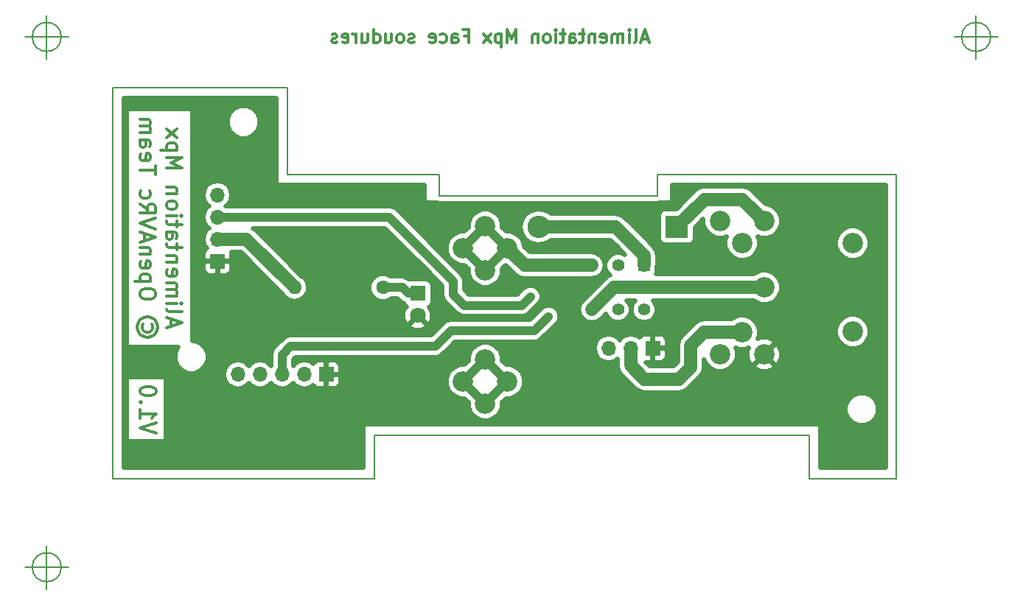
<source format=gbr>
G04 #@! TF.FileFunction,Copper,L2,Bot,Signal*
%FSLAX46Y46*%
G04 Gerber Fmt 4.6, Leading zero omitted, Abs format (unit mm)*
G04 Created by KiCad (PCBNEW 4.0.7) date 12/18/17 16:59:21*
%MOMM*%
%LPD*%
G01*
G04 APERTURE LIST*
%ADD10C,0.100000*%
%ADD11C,0.150000*%
%ADD12C,0.300000*%
%ADD13R,2.600000X2.600000*%
%ADD14O,2.600000X2.600000*%
%ADD15R,1.400000X1.400000*%
%ADD16C,1.400000*%
%ADD17C,1.600000*%
%ADD18O,1.600000X1.600000*%
%ADD19C,2.350000*%
%ADD20R,1.800000X1.800000*%
%ADD21C,1.800000*%
%ADD22R,1.700000X1.700000*%
%ADD23O,1.700000X1.700000*%
%ADD24C,1.000000*%
%ADD25C,1.500000*%
%ADD26C,1.000000*%
%ADD27C,0.500000*%
G04 APERTURE END LIST*
D10*
D11*
X100000000Y-115000000D02*
X100000000Y-70000000D01*
X130000000Y-115000000D02*
X100000000Y-115000000D01*
D12*
X104922714Y-109741857D02*
X103122714Y-109141857D01*
X104922714Y-108541857D01*
X103122714Y-106999000D02*
X103122714Y-108027572D01*
X103122714Y-107513286D02*
X104922714Y-107513286D01*
X104665571Y-107684715D01*
X104494143Y-107856143D01*
X104408429Y-108027572D01*
X103294143Y-106227572D02*
X103208429Y-106141857D01*
X103122714Y-106227572D01*
X103208429Y-106313286D01*
X103294143Y-106227572D01*
X103122714Y-106227572D01*
X104922714Y-105027571D02*
X104922714Y-104856143D01*
X104837000Y-104684714D01*
X104751286Y-104599000D01*
X104579857Y-104513286D01*
X104237000Y-104427571D01*
X103808429Y-104427571D01*
X103465571Y-104513286D01*
X103294143Y-104599000D01*
X103208429Y-104684714D01*
X103122714Y-104856143D01*
X103122714Y-105027571D01*
X103208429Y-105199000D01*
X103294143Y-105284714D01*
X103465571Y-105370429D01*
X103808429Y-105456143D01*
X104237000Y-105456143D01*
X104579857Y-105370429D01*
X104751286Y-105284714D01*
X104837000Y-105199000D01*
X104922714Y-105027571D01*
X106614000Y-97442427D02*
X106614000Y-96585284D01*
X106099714Y-97613855D02*
X107899714Y-97013855D01*
X106099714Y-96413855D01*
X106099714Y-95556713D02*
X106185429Y-95728141D01*
X106356857Y-95813856D01*
X107899714Y-95813856D01*
X106099714Y-94870999D02*
X107299714Y-94870999D01*
X107899714Y-94870999D02*
X107814000Y-94956713D01*
X107728286Y-94870999D01*
X107814000Y-94785284D01*
X107899714Y-94870999D01*
X107728286Y-94870999D01*
X106099714Y-94013856D02*
X107299714Y-94013856D01*
X107128286Y-94013856D02*
X107214000Y-93928141D01*
X107299714Y-93756713D01*
X107299714Y-93499570D01*
X107214000Y-93328141D01*
X107042571Y-93242427D01*
X106099714Y-93242427D01*
X107042571Y-93242427D02*
X107214000Y-93156713D01*
X107299714Y-92985284D01*
X107299714Y-92728141D01*
X107214000Y-92556713D01*
X107042571Y-92470998D01*
X106099714Y-92470998D01*
X106185429Y-90928141D02*
X106099714Y-91099570D01*
X106099714Y-91442427D01*
X106185429Y-91613856D01*
X106356857Y-91699570D01*
X107042571Y-91699570D01*
X107214000Y-91613856D01*
X107299714Y-91442427D01*
X107299714Y-91099570D01*
X107214000Y-90928141D01*
X107042571Y-90842427D01*
X106871143Y-90842427D01*
X106699714Y-91699570D01*
X107299714Y-90070999D02*
X106099714Y-90070999D01*
X107128286Y-90070999D02*
X107214000Y-89985284D01*
X107299714Y-89813856D01*
X107299714Y-89556713D01*
X107214000Y-89385284D01*
X107042571Y-89299570D01*
X106099714Y-89299570D01*
X107299714Y-88699570D02*
X107299714Y-88013856D01*
X107899714Y-88442428D02*
X106356857Y-88442428D01*
X106185429Y-88356713D01*
X106099714Y-88185285D01*
X106099714Y-88013856D01*
X106099714Y-86642428D02*
X107042571Y-86642428D01*
X107214000Y-86728142D01*
X107299714Y-86899571D01*
X107299714Y-87242428D01*
X107214000Y-87413857D01*
X106185429Y-86642428D02*
X106099714Y-86813857D01*
X106099714Y-87242428D01*
X106185429Y-87413857D01*
X106356857Y-87499571D01*
X106528286Y-87499571D01*
X106699714Y-87413857D01*
X106785429Y-87242428D01*
X106785429Y-86813857D01*
X106871143Y-86642428D01*
X107299714Y-86042428D02*
X107299714Y-85356714D01*
X107899714Y-85785286D02*
X106356857Y-85785286D01*
X106185429Y-85699571D01*
X106099714Y-85528143D01*
X106099714Y-85356714D01*
X106099714Y-84756715D02*
X107299714Y-84756715D01*
X107899714Y-84756715D02*
X107814000Y-84842429D01*
X107728286Y-84756715D01*
X107814000Y-84671000D01*
X107899714Y-84756715D01*
X107728286Y-84756715D01*
X106099714Y-83642429D02*
X106185429Y-83813857D01*
X106271143Y-83899572D01*
X106442571Y-83985286D01*
X106956857Y-83985286D01*
X107128286Y-83899572D01*
X107214000Y-83813857D01*
X107299714Y-83642429D01*
X107299714Y-83385286D01*
X107214000Y-83213857D01*
X107128286Y-83128143D01*
X106956857Y-83042429D01*
X106442571Y-83042429D01*
X106271143Y-83128143D01*
X106185429Y-83213857D01*
X106099714Y-83385286D01*
X106099714Y-83642429D01*
X107299714Y-82271001D02*
X106099714Y-82271001D01*
X107128286Y-82271001D02*
X107214000Y-82185286D01*
X107299714Y-82013858D01*
X107299714Y-81756715D01*
X107214000Y-81585286D01*
X107042571Y-81499572D01*
X106099714Y-81499572D01*
X106099714Y-79271001D02*
X107899714Y-79271001D01*
X106614000Y-78671001D01*
X107899714Y-78071001D01*
X106099714Y-78071001D01*
X107299714Y-77213858D02*
X105499714Y-77213858D01*
X107214000Y-77213858D02*
X107299714Y-77042429D01*
X107299714Y-76699572D01*
X107214000Y-76528143D01*
X107128286Y-76442429D01*
X106956857Y-76356715D01*
X106442571Y-76356715D01*
X106271143Y-76442429D01*
X106185429Y-76528143D01*
X106099714Y-76699572D01*
X106099714Y-77042429D01*
X106185429Y-77213858D01*
X106099714Y-75756715D02*
X107299714Y-74813858D01*
X107299714Y-75756715D02*
X106099714Y-74813858D01*
X104471143Y-97228142D02*
X104556857Y-97399570D01*
X104556857Y-97742427D01*
X104471143Y-97913856D01*
X104299714Y-98085285D01*
X104128286Y-98170999D01*
X103785429Y-98170999D01*
X103614000Y-98085285D01*
X103442571Y-97913856D01*
X103356857Y-97742427D01*
X103356857Y-97399570D01*
X103442571Y-97228142D01*
X105156857Y-97570999D02*
X105071143Y-97999570D01*
X104814000Y-98428142D01*
X104385429Y-98685285D01*
X103956857Y-98770999D01*
X103528286Y-98685285D01*
X103099714Y-98428142D01*
X102842571Y-97999570D01*
X102756857Y-97570999D01*
X102842571Y-97142427D01*
X103099714Y-96713856D01*
X103528286Y-96456713D01*
X103956857Y-96370999D01*
X104385429Y-96456713D01*
X104814000Y-96713856D01*
X105071143Y-97142427D01*
X105156857Y-97570999D01*
X104899714Y-93885284D02*
X104899714Y-93542427D01*
X104814000Y-93370999D01*
X104642571Y-93199570D01*
X104299714Y-93113856D01*
X103699714Y-93113856D01*
X103356857Y-93199570D01*
X103185429Y-93370999D01*
X103099714Y-93542427D01*
X103099714Y-93885284D01*
X103185429Y-94056713D01*
X103356857Y-94228142D01*
X103699714Y-94313856D01*
X104299714Y-94313856D01*
X104642571Y-94228142D01*
X104814000Y-94056713D01*
X104899714Y-93885284D01*
X104299714Y-92342428D02*
X102499714Y-92342428D01*
X104214000Y-92342428D02*
X104299714Y-92170999D01*
X104299714Y-91828142D01*
X104214000Y-91656713D01*
X104128286Y-91570999D01*
X103956857Y-91485285D01*
X103442571Y-91485285D01*
X103271143Y-91570999D01*
X103185429Y-91656713D01*
X103099714Y-91828142D01*
X103099714Y-92170999D01*
X103185429Y-92342428D01*
X103185429Y-90028142D02*
X103099714Y-90199571D01*
X103099714Y-90542428D01*
X103185429Y-90713857D01*
X103356857Y-90799571D01*
X104042571Y-90799571D01*
X104214000Y-90713857D01*
X104299714Y-90542428D01*
X104299714Y-90199571D01*
X104214000Y-90028142D01*
X104042571Y-89942428D01*
X103871143Y-89942428D01*
X103699714Y-90799571D01*
X104299714Y-89171000D02*
X103099714Y-89171000D01*
X104128286Y-89171000D02*
X104214000Y-89085285D01*
X104299714Y-88913857D01*
X104299714Y-88656714D01*
X104214000Y-88485285D01*
X104042571Y-88399571D01*
X103099714Y-88399571D01*
X103614000Y-87628143D02*
X103614000Y-86771000D01*
X103099714Y-87799571D02*
X104899714Y-87199571D01*
X103099714Y-86599571D01*
X104899714Y-86256714D02*
X103099714Y-85656714D01*
X104899714Y-85056714D01*
X103099714Y-83428143D02*
X103956857Y-84028143D01*
X103099714Y-84456715D02*
X104899714Y-84456715D01*
X104899714Y-83771000D01*
X104814000Y-83599572D01*
X104728286Y-83513857D01*
X104556857Y-83428143D01*
X104299714Y-83428143D01*
X104128286Y-83513857D01*
X104042571Y-83599572D01*
X103956857Y-83771000D01*
X103956857Y-84456715D01*
X103185429Y-81885286D02*
X103099714Y-82056715D01*
X103099714Y-82399572D01*
X103185429Y-82571000D01*
X103271143Y-82656715D01*
X103442571Y-82742429D01*
X103956857Y-82742429D01*
X104128286Y-82656715D01*
X104214000Y-82571000D01*
X104299714Y-82399572D01*
X104299714Y-82056715D01*
X104214000Y-81885286D01*
X104899714Y-79999571D02*
X104899714Y-78971000D01*
X103099714Y-79485286D02*
X104899714Y-79485286D01*
X103185429Y-77685285D02*
X103099714Y-77856714D01*
X103099714Y-78199571D01*
X103185429Y-78371000D01*
X103356857Y-78456714D01*
X104042571Y-78456714D01*
X104214000Y-78371000D01*
X104299714Y-78199571D01*
X104299714Y-77856714D01*
X104214000Y-77685285D01*
X104042571Y-77599571D01*
X103871143Y-77599571D01*
X103699714Y-78456714D01*
X103099714Y-76056714D02*
X104042571Y-76056714D01*
X104214000Y-76142428D01*
X104299714Y-76313857D01*
X104299714Y-76656714D01*
X104214000Y-76828143D01*
X103185429Y-76056714D02*
X103099714Y-76228143D01*
X103099714Y-76656714D01*
X103185429Y-76828143D01*
X103356857Y-76913857D01*
X103528286Y-76913857D01*
X103699714Y-76828143D01*
X103785429Y-76656714D01*
X103785429Y-76228143D01*
X103871143Y-76056714D01*
X103099714Y-75199572D02*
X104299714Y-75199572D01*
X104128286Y-75199572D02*
X104214000Y-75113857D01*
X104299714Y-74942429D01*
X104299714Y-74685286D01*
X104214000Y-74513857D01*
X104042571Y-74428143D01*
X103099714Y-74428143D01*
X104042571Y-74428143D02*
X104214000Y-74342429D01*
X104299714Y-74171000D01*
X104299714Y-73913857D01*
X104214000Y-73742429D01*
X104042571Y-73656714D01*
X103099714Y-73656714D01*
X161438572Y-64450000D02*
X160724286Y-64450000D01*
X161581429Y-64878571D02*
X161081429Y-63378571D01*
X160581429Y-64878571D01*
X159867143Y-64878571D02*
X160010001Y-64807143D01*
X160081429Y-64664286D01*
X160081429Y-63378571D01*
X159295715Y-64878571D02*
X159295715Y-63878571D01*
X159295715Y-63378571D02*
X159367144Y-63450000D01*
X159295715Y-63521429D01*
X159224287Y-63450000D01*
X159295715Y-63378571D01*
X159295715Y-63521429D01*
X158581429Y-64878571D02*
X158581429Y-63878571D01*
X158581429Y-64021429D02*
X158510001Y-63950000D01*
X158367143Y-63878571D01*
X158152858Y-63878571D01*
X158010001Y-63950000D01*
X157938572Y-64092857D01*
X157938572Y-64878571D01*
X157938572Y-64092857D02*
X157867143Y-63950000D01*
X157724286Y-63878571D01*
X157510001Y-63878571D01*
X157367143Y-63950000D01*
X157295715Y-64092857D01*
X157295715Y-64878571D01*
X156010001Y-64807143D02*
X156152858Y-64878571D01*
X156438572Y-64878571D01*
X156581429Y-64807143D01*
X156652858Y-64664286D01*
X156652858Y-64092857D01*
X156581429Y-63950000D01*
X156438572Y-63878571D01*
X156152858Y-63878571D01*
X156010001Y-63950000D01*
X155938572Y-64092857D01*
X155938572Y-64235714D01*
X156652858Y-64378571D01*
X155295715Y-63878571D02*
X155295715Y-64878571D01*
X155295715Y-64021429D02*
X155224287Y-63950000D01*
X155081429Y-63878571D01*
X154867144Y-63878571D01*
X154724287Y-63950000D01*
X154652858Y-64092857D01*
X154652858Y-64878571D01*
X154152858Y-63878571D02*
X153581429Y-63878571D01*
X153938572Y-63378571D02*
X153938572Y-64664286D01*
X153867144Y-64807143D01*
X153724286Y-64878571D01*
X153581429Y-64878571D01*
X152438572Y-64878571D02*
X152438572Y-64092857D01*
X152510001Y-63950000D01*
X152652858Y-63878571D01*
X152938572Y-63878571D01*
X153081429Y-63950000D01*
X152438572Y-64807143D02*
X152581429Y-64878571D01*
X152938572Y-64878571D01*
X153081429Y-64807143D01*
X153152858Y-64664286D01*
X153152858Y-64521429D01*
X153081429Y-64378571D01*
X152938572Y-64307143D01*
X152581429Y-64307143D01*
X152438572Y-64235714D01*
X151938572Y-63878571D02*
X151367143Y-63878571D01*
X151724286Y-63378571D02*
X151724286Y-64664286D01*
X151652858Y-64807143D01*
X151510000Y-64878571D01*
X151367143Y-64878571D01*
X150867143Y-64878571D02*
X150867143Y-63878571D01*
X150867143Y-63378571D02*
X150938572Y-63450000D01*
X150867143Y-63521429D01*
X150795715Y-63450000D01*
X150867143Y-63378571D01*
X150867143Y-63521429D01*
X149938571Y-64878571D02*
X150081429Y-64807143D01*
X150152857Y-64735714D01*
X150224286Y-64592857D01*
X150224286Y-64164286D01*
X150152857Y-64021429D01*
X150081429Y-63950000D01*
X149938571Y-63878571D01*
X149724286Y-63878571D01*
X149581429Y-63950000D01*
X149510000Y-64021429D01*
X149438571Y-64164286D01*
X149438571Y-64592857D01*
X149510000Y-64735714D01*
X149581429Y-64807143D01*
X149724286Y-64878571D01*
X149938571Y-64878571D01*
X148795714Y-63878571D02*
X148795714Y-64878571D01*
X148795714Y-64021429D02*
X148724286Y-63950000D01*
X148581428Y-63878571D01*
X148367143Y-63878571D01*
X148224286Y-63950000D01*
X148152857Y-64092857D01*
X148152857Y-64878571D01*
X146295714Y-64878571D02*
X146295714Y-63378571D01*
X145795714Y-64450000D01*
X145295714Y-63378571D01*
X145295714Y-64878571D01*
X144581428Y-63878571D02*
X144581428Y-65378571D01*
X144581428Y-63950000D02*
X144438571Y-63878571D01*
X144152857Y-63878571D01*
X144010000Y-63950000D01*
X143938571Y-64021429D01*
X143867142Y-64164286D01*
X143867142Y-64592857D01*
X143938571Y-64735714D01*
X144010000Y-64807143D01*
X144152857Y-64878571D01*
X144438571Y-64878571D01*
X144581428Y-64807143D01*
X143367142Y-64878571D02*
X142581428Y-63878571D01*
X143367142Y-63878571D02*
X142581428Y-64878571D01*
X140367142Y-64092857D02*
X140867142Y-64092857D01*
X140867142Y-64878571D02*
X140867142Y-63378571D01*
X140152856Y-63378571D01*
X138938571Y-64878571D02*
X138938571Y-64092857D01*
X139010000Y-63950000D01*
X139152857Y-63878571D01*
X139438571Y-63878571D01*
X139581428Y-63950000D01*
X138938571Y-64807143D02*
X139081428Y-64878571D01*
X139438571Y-64878571D01*
X139581428Y-64807143D01*
X139652857Y-64664286D01*
X139652857Y-64521429D01*
X139581428Y-64378571D01*
X139438571Y-64307143D01*
X139081428Y-64307143D01*
X138938571Y-64235714D01*
X137581428Y-64807143D02*
X137724285Y-64878571D01*
X138009999Y-64878571D01*
X138152857Y-64807143D01*
X138224285Y-64735714D01*
X138295714Y-64592857D01*
X138295714Y-64164286D01*
X138224285Y-64021429D01*
X138152857Y-63950000D01*
X138009999Y-63878571D01*
X137724285Y-63878571D01*
X137581428Y-63950000D01*
X136367143Y-64807143D02*
X136510000Y-64878571D01*
X136795714Y-64878571D01*
X136938571Y-64807143D01*
X137010000Y-64664286D01*
X137010000Y-64092857D01*
X136938571Y-63950000D01*
X136795714Y-63878571D01*
X136510000Y-63878571D01*
X136367143Y-63950000D01*
X136295714Y-64092857D01*
X136295714Y-64235714D01*
X137010000Y-64378571D01*
X134581429Y-64807143D02*
X134438572Y-64878571D01*
X134152857Y-64878571D01*
X134010000Y-64807143D01*
X133938572Y-64664286D01*
X133938572Y-64592857D01*
X134010000Y-64450000D01*
X134152857Y-64378571D01*
X134367143Y-64378571D01*
X134510000Y-64307143D01*
X134581429Y-64164286D01*
X134581429Y-64092857D01*
X134510000Y-63950000D01*
X134367143Y-63878571D01*
X134152857Y-63878571D01*
X134010000Y-63950000D01*
X133081428Y-64878571D02*
X133224286Y-64807143D01*
X133295714Y-64735714D01*
X133367143Y-64592857D01*
X133367143Y-64164286D01*
X133295714Y-64021429D01*
X133224286Y-63950000D01*
X133081428Y-63878571D01*
X132867143Y-63878571D01*
X132724286Y-63950000D01*
X132652857Y-64021429D01*
X132581428Y-64164286D01*
X132581428Y-64592857D01*
X132652857Y-64735714D01*
X132724286Y-64807143D01*
X132867143Y-64878571D01*
X133081428Y-64878571D01*
X131295714Y-63878571D02*
X131295714Y-64878571D01*
X131938571Y-63878571D02*
X131938571Y-64664286D01*
X131867143Y-64807143D01*
X131724285Y-64878571D01*
X131510000Y-64878571D01*
X131367143Y-64807143D01*
X131295714Y-64735714D01*
X129938571Y-64878571D02*
X129938571Y-63378571D01*
X129938571Y-64807143D02*
X130081428Y-64878571D01*
X130367142Y-64878571D01*
X130510000Y-64807143D01*
X130581428Y-64735714D01*
X130652857Y-64592857D01*
X130652857Y-64164286D01*
X130581428Y-64021429D01*
X130510000Y-63950000D01*
X130367142Y-63878571D01*
X130081428Y-63878571D01*
X129938571Y-63950000D01*
X128581428Y-63878571D02*
X128581428Y-64878571D01*
X129224285Y-63878571D02*
X129224285Y-64664286D01*
X129152857Y-64807143D01*
X129009999Y-64878571D01*
X128795714Y-64878571D01*
X128652857Y-64807143D01*
X128581428Y-64735714D01*
X127867142Y-64878571D02*
X127867142Y-63878571D01*
X127867142Y-64164286D02*
X127795714Y-64021429D01*
X127724285Y-63950000D01*
X127581428Y-63878571D01*
X127438571Y-63878571D01*
X126367143Y-64807143D02*
X126510000Y-64878571D01*
X126795714Y-64878571D01*
X126938571Y-64807143D01*
X127010000Y-64664286D01*
X127010000Y-64092857D01*
X126938571Y-63950000D01*
X126795714Y-63878571D01*
X126510000Y-63878571D01*
X126367143Y-63950000D01*
X126295714Y-64092857D01*
X126295714Y-64235714D01*
X127010000Y-64378571D01*
X125724286Y-64807143D02*
X125581429Y-64878571D01*
X125295714Y-64878571D01*
X125152857Y-64807143D01*
X125081429Y-64664286D01*
X125081429Y-64592857D01*
X125152857Y-64450000D01*
X125295714Y-64378571D01*
X125510000Y-64378571D01*
X125652857Y-64307143D01*
X125724286Y-64164286D01*
X125724286Y-64092857D01*
X125652857Y-63950000D01*
X125510000Y-63878571D01*
X125295714Y-63878571D01*
X125152857Y-63950000D01*
D11*
X94046666Y-125160000D02*
G75*
G03X94046666Y-125160000I-1666666J0D01*
G01*
X89880000Y-125160000D02*
X94880000Y-125160000D01*
X92380000Y-122660000D02*
X92380000Y-127660000D01*
X200806666Y-64200000D02*
G75*
G03X200806666Y-64200000I-1666666J0D01*
G01*
X196640000Y-64200000D02*
X201640000Y-64200000D01*
X199140000Y-61700000D02*
X199140000Y-66700000D01*
X94046666Y-64200000D02*
G75*
G03X94046666Y-64200000I-1666666J0D01*
G01*
X89880000Y-64200000D02*
X94880000Y-64200000D01*
X92380000Y-61700000D02*
X92380000Y-66700000D01*
X120000000Y-70000000D02*
X100000000Y-70000000D01*
X120000000Y-80000000D02*
X120000000Y-70000000D01*
X137500000Y-80000000D02*
X120000000Y-80000000D01*
X137500000Y-82500000D02*
X137500000Y-80000000D01*
X162500000Y-82500000D02*
X137500000Y-82500000D01*
X162500000Y-80000000D02*
X162500000Y-82500000D01*
X165000000Y-80000000D02*
X162500000Y-80000000D01*
X190000000Y-80000000D02*
X165000000Y-80000000D01*
X190000000Y-115000000D02*
X190000000Y-80000000D01*
X180000000Y-115000000D02*
X190000000Y-115000000D01*
X180000000Y-110000000D02*
X180000000Y-115000000D01*
X130000000Y-110000000D02*
X180000000Y-110000000D01*
X130000000Y-115000000D02*
X130000000Y-110000000D01*
D13*
X164770000Y-86044000D03*
D14*
X148895000Y-86044000D03*
D15*
X161000000Y-90460000D03*
D16*
X158000000Y-90460000D03*
X155000000Y-90460000D03*
X161000000Y-95540000D03*
X158000000Y-95540000D03*
X155000000Y-95540000D03*
D17*
X131000000Y-93000000D03*
D18*
X120840000Y-93000000D03*
D19*
X142752000Y-91044000D03*
X142752000Y-85964000D03*
X142752000Y-101284000D03*
X142752000Y-106364000D03*
X140212000Y-88504000D03*
X145292000Y-88504000D03*
X140212000Y-103824000D03*
X145292000Y-103824000D03*
X184960000Y-98080000D03*
X184960000Y-87920000D03*
X172260000Y-98160000D03*
X174800000Y-93000000D03*
X172260000Y-87920000D03*
X174800000Y-100700000D03*
X169720000Y-100700000D03*
X174800000Y-85380000D03*
X169720000Y-85380000D03*
D20*
X135000000Y-93700000D03*
D21*
X135000000Y-96240000D03*
D22*
X162000000Y-100000000D03*
D23*
X159460000Y-100000000D03*
X156920000Y-100000000D03*
D22*
X124500000Y-103000000D03*
D23*
X121960000Y-103000000D03*
X119420000Y-103000000D03*
X116880000Y-103000000D03*
X114340000Y-103000000D03*
D22*
X112000000Y-90000000D03*
D23*
X112000000Y-87460000D03*
X112000000Y-84920000D03*
X112000000Y-82380000D03*
D24*
X116844000Y-84920000D03*
X147957000Y-94043000D03*
X150038000Y-96331000D03*
D25*
X158907500Y-87207500D02*
X157744000Y-86044000D01*
X157744000Y-86044000D02*
X148895000Y-86044000D01*
X161000000Y-90460000D02*
X161000000Y-89300000D01*
X161000000Y-89300000D02*
X158907500Y-87207500D01*
X112000000Y-87460000D02*
X115300000Y-87460000D01*
X115300000Y-87460000D02*
X120840000Y-93000000D01*
D26*
X142752000Y-101284000D02*
X140212000Y-103824000D01*
X145292000Y-103824000D02*
X142752000Y-101284000D01*
X142752000Y-106364000D02*
X145292000Y-103824000D01*
X140212000Y-103824000D02*
X142752000Y-106364000D01*
D25*
X112000000Y-87460000D02*
X112545000Y-87460000D01*
D26*
X112235000Y-87695000D02*
X112000000Y-87460000D01*
D25*
X155000000Y-90460000D02*
X147248000Y-90460000D01*
X147248000Y-90460000D02*
X145292000Y-88504000D01*
D26*
X145292000Y-88504000D02*
X142752000Y-85964000D01*
X142752000Y-91044000D02*
X145292000Y-88504000D01*
X140212000Y-88504000D02*
X142752000Y-91044000D01*
X142752000Y-85964000D02*
X140212000Y-88504000D01*
D25*
X155000000Y-95540000D02*
X157540000Y-93000000D01*
X157540000Y-93000000D02*
X174800000Y-93000000D01*
X162437000Y-103570000D02*
X164977000Y-103570000D01*
X166374000Y-102173000D02*
X166374000Y-99633000D01*
X164977000Y-103570000D02*
X166374000Y-102173000D01*
X159460000Y-100000000D02*
X159460000Y-101990000D01*
X159460000Y-101990000D02*
X161040000Y-103570000D01*
X161040000Y-103570000D02*
X162437000Y-103570000D01*
X166374000Y-99633000D02*
X167847000Y-98160000D01*
X167847000Y-98160000D02*
X172260000Y-98160000D01*
D26*
X136910000Y-90108000D02*
X131722000Y-84920000D01*
X131722000Y-84920000D02*
X116844000Y-84920000D01*
X139069000Y-92267000D02*
X139069000Y-93791000D01*
X146939000Y-95061000D02*
X147957000Y-94043000D01*
X140339000Y-95061000D02*
X146939000Y-95061000D01*
X139069000Y-93791000D02*
X140339000Y-95061000D01*
X136910000Y-90108000D02*
X139069000Y-92267000D01*
X112000000Y-84920000D02*
X116844000Y-84920000D01*
D25*
X170358000Y-82869000D02*
X167945000Y-82869000D01*
X167945000Y-82869000D02*
X164770000Y-86044000D01*
X172289000Y-82869000D02*
X174800000Y-85380000D01*
X170358000Y-82869000D02*
X172289000Y-82869000D01*
D26*
X145974000Y-97982000D02*
X148387000Y-97982000D01*
X148387000Y-97982000D02*
X150038000Y-96331000D01*
X138815000Y-97982000D02*
X145974000Y-97982000D01*
X137672000Y-99125000D02*
X138307000Y-98490000D01*
X137037000Y-99760000D02*
X120400000Y-99760000D01*
X137672000Y-99125000D02*
X137037000Y-99760000D01*
X120400000Y-99760000D02*
X119420000Y-100740000D01*
X119420000Y-100740000D02*
X119420000Y-103000000D01*
X138307000Y-98490000D02*
X138815000Y-97982000D01*
X135000000Y-93700000D02*
X133898000Y-93700000D01*
X133898000Y-93700000D02*
X133198000Y-93000000D01*
X131000000Y-93000000D02*
X133198000Y-93000000D01*
D27*
G36*
X118750000Y-81000000D02*
X118769696Y-81097264D01*
X118825682Y-81179202D01*
X118909136Y-81232903D01*
X119000000Y-81250000D01*
X135750000Y-81250000D01*
X135750000Y-83000000D01*
X135769696Y-83097264D01*
X135825682Y-83179202D01*
X135909136Y-83232903D01*
X136000000Y-83250000D01*
X137166026Y-83250000D01*
X137184286Y-83262201D01*
X137500000Y-83325000D01*
X162500000Y-83325000D01*
X162815714Y-83262201D01*
X162833974Y-83250000D01*
X164000000Y-83250000D01*
X164097264Y-83230304D01*
X164179202Y-83174318D01*
X164232903Y-83090864D01*
X164250000Y-83000000D01*
X164250000Y-81250000D01*
X188750000Y-81250000D01*
X188750000Y-113750000D01*
X181250000Y-113750000D01*
X181250000Y-109000000D01*
X181230304Y-108902736D01*
X181174318Y-108820798D01*
X181090864Y-108767097D01*
X181000000Y-108750000D01*
X129000000Y-108750000D01*
X128902736Y-108769696D01*
X128820798Y-108825682D01*
X128767097Y-108909136D01*
X128750000Y-109000000D01*
X128750000Y-113750000D01*
X101250000Y-113750000D01*
X101250000Y-103334714D01*
X101597000Y-103334714D01*
X101597000Y-110663286D01*
X106097000Y-110663286D01*
X106097000Y-103334714D01*
X101597000Y-103334714D01*
X101250000Y-103334714D01*
X101250000Y-102968654D01*
X112740000Y-102968654D01*
X112740000Y-103031346D01*
X112861793Y-103643639D01*
X113208629Y-104162717D01*
X113727707Y-104509553D01*
X114340000Y-104631346D01*
X114952293Y-104509553D01*
X115471371Y-104162717D01*
X115610000Y-103955244D01*
X115748629Y-104162717D01*
X116267707Y-104509553D01*
X116880000Y-104631346D01*
X117492293Y-104509553D01*
X118011371Y-104162717D01*
X118150000Y-103955244D01*
X118288629Y-104162717D01*
X118807707Y-104509553D01*
X119420000Y-104631346D01*
X120032293Y-104509553D01*
X120551371Y-104162717D01*
X120690000Y-103955244D01*
X120828629Y-104162717D01*
X121347707Y-104509553D01*
X121960000Y-104631346D01*
X122572293Y-104509553D01*
X122994538Y-104227419D01*
X123014181Y-104274841D01*
X123225159Y-104485819D01*
X123500815Y-104600000D01*
X124262500Y-104600000D01*
X124450000Y-104412500D01*
X124450000Y-103050000D01*
X124550000Y-103050000D01*
X124550000Y-104412500D01*
X124737500Y-104600000D01*
X125499185Y-104600000D01*
X125774841Y-104485819D01*
X125985819Y-104274841D01*
X126014654Y-104205226D01*
X138286667Y-104205226D01*
X138579113Y-104913000D01*
X139120151Y-105454984D01*
X139827414Y-105748665D01*
X140369371Y-105749138D01*
X140827137Y-106206903D01*
X140826667Y-106745226D01*
X141119113Y-107453000D01*
X141660151Y-107994984D01*
X142367414Y-108288665D01*
X143133226Y-108289333D01*
X143841000Y-107996887D01*
X144382984Y-107455849D01*
X144420137Y-107366373D01*
X184149679Y-107366373D01*
X184430732Y-108046572D01*
X184950691Y-108567439D01*
X185630398Y-108849679D01*
X186366373Y-108850321D01*
X187046572Y-108569268D01*
X187567439Y-108049309D01*
X187849679Y-107369602D01*
X187850321Y-106633627D01*
X187569268Y-105953428D01*
X187049309Y-105432561D01*
X186369602Y-105150321D01*
X185633627Y-105149679D01*
X184953428Y-105430732D01*
X184432561Y-105950691D01*
X184150321Y-106630398D01*
X184149679Y-107366373D01*
X144420137Y-107366373D01*
X144676665Y-106748586D01*
X144677138Y-106206629D01*
X145134903Y-105748863D01*
X145673226Y-105749333D01*
X146381000Y-105456887D01*
X146922984Y-104915849D01*
X147216665Y-104208586D01*
X147217333Y-103442774D01*
X146924887Y-102735000D01*
X146383849Y-102193016D01*
X145676586Y-101899335D01*
X145134629Y-101898862D01*
X144676863Y-101441097D01*
X144677333Y-100902774D01*
X144384887Y-100195000D01*
X144158937Y-99968654D01*
X155320000Y-99968654D01*
X155320000Y-100031346D01*
X155441793Y-100643639D01*
X155788629Y-101162717D01*
X156307707Y-101509553D01*
X156920000Y-101631346D01*
X157532293Y-101509553D01*
X157960000Y-101223769D01*
X157960000Y-101990000D01*
X158074181Y-102564025D01*
X158399340Y-103050660D01*
X159979340Y-104630660D01*
X160465975Y-104955819D01*
X161040000Y-105070000D01*
X164977000Y-105070000D01*
X165551025Y-104955819D01*
X166037660Y-104630660D01*
X167434660Y-103233660D01*
X167759819Y-102747025D01*
X167874000Y-102173000D01*
X167874000Y-101273227D01*
X168087113Y-101789000D01*
X168628151Y-102330984D01*
X169335414Y-102624665D01*
X170101226Y-102625333D01*
X170809000Y-102332887D01*
X171152363Y-101990123D01*
X173580588Y-101990123D01*
X173687172Y-102316742D01*
X174390581Y-102619536D01*
X175156320Y-102630098D01*
X175867813Y-102346821D01*
X175912828Y-102316742D01*
X176019412Y-101990123D01*
X174800000Y-100770711D01*
X173580588Y-101990123D01*
X171152363Y-101990123D01*
X171350984Y-101791849D01*
X171644665Y-101084586D01*
X171645333Y-100318774D01*
X171480917Y-99920855D01*
X171875414Y-100084665D01*
X172641226Y-100085333D01*
X173039689Y-99920692D01*
X172880464Y-100290581D01*
X172869902Y-101056320D01*
X173153179Y-101767813D01*
X173183258Y-101812828D01*
X173509877Y-101919412D01*
X174729289Y-100700000D01*
X174870711Y-100700000D01*
X176090123Y-101919412D01*
X176416742Y-101812828D01*
X176719536Y-101109419D01*
X176730098Y-100343680D01*
X176446821Y-99632187D01*
X176416742Y-99587172D01*
X176090123Y-99480588D01*
X174870711Y-100700000D01*
X174729289Y-100700000D01*
X174715147Y-100685858D01*
X174785858Y-100615147D01*
X174800000Y-100629289D01*
X176019412Y-99409877D01*
X175912828Y-99083258D01*
X175209419Y-98780464D01*
X174443680Y-98769902D01*
X174021271Y-98938082D01*
X174184665Y-98544586D01*
X174184737Y-98461226D01*
X183034667Y-98461226D01*
X183327113Y-99169000D01*
X183868151Y-99710984D01*
X184575414Y-100004665D01*
X185341226Y-100005333D01*
X186049000Y-99712887D01*
X186590984Y-99171849D01*
X186884665Y-98464586D01*
X186885333Y-97698774D01*
X186592887Y-96991000D01*
X186051849Y-96449016D01*
X185344586Y-96155335D01*
X184578774Y-96154667D01*
X183871000Y-96447113D01*
X183329016Y-96988151D01*
X183035335Y-97695414D01*
X183034667Y-98461226D01*
X174184737Y-98461226D01*
X174185333Y-97778774D01*
X173892887Y-97071000D01*
X173351849Y-96529016D01*
X172644586Y-96235335D01*
X171878774Y-96234667D01*
X171171000Y-96527113D01*
X171037881Y-96660000D01*
X167847000Y-96660000D01*
X167272975Y-96774181D01*
X166786340Y-97099340D01*
X165313340Y-98572340D01*
X164988181Y-99058975D01*
X164874000Y-99633000D01*
X164874000Y-101551680D01*
X164355680Y-102070000D01*
X161661320Y-102070000D01*
X161191320Y-101600000D01*
X161762500Y-101600000D01*
X161950000Y-101412500D01*
X161950000Y-100050000D01*
X162050000Y-100050000D01*
X162050000Y-101412500D01*
X162237500Y-101600000D01*
X162999185Y-101600000D01*
X163274841Y-101485819D01*
X163485819Y-101274841D01*
X163600000Y-100999184D01*
X163600000Y-100237500D01*
X163412500Y-100050000D01*
X162050000Y-100050000D01*
X161950000Y-100050000D01*
X161930000Y-100050000D01*
X161930000Y-99950000D01*
X161950000Y-99950000D01*
X161950000Y-98587500D01*
X162050000Y-98587500D01*
X162050000Y-99950000D01*
X163412500Y-99950000D01*
X163600000Y-99762500D01*
X163600000Y-99000816D01*
X163485819Y-98725159D01*
X163274841Y-98514181D01*
X162999185Y-98400000D01*
X162237500Y-98400000D01*
X162050000Y-98587500D01*
X161950000Y-98587500D01*
X161762500Y-98400000D01*
X161000815Y-98400000D01*
X160725159Y-98514181D01*
X160514181Y-98725159D01*
X160494538Y-98772581D01*
X160072293Y-98490447D01*
X159460000Y-98368654D01*
X158847707Y-98490447D01*
X158328629Y-98837283D01*
X158190000Y-99044756D01*
X158051371Y-98837283D01*
X157532293Y-98490447D01*
X156920000Y-98368654D01*
X156307707Y-98490447D01*
X155788629Y-98837283D01*
X155441793Y-99356361D01*
X155320000Y-99968654D01*
X144158937Y-99968654D01*
X143843849Y-99653016D01*
X143136586Y-99359335D01*
X142370774Y-99358667D01*
X141663000Y-99651113D01*
X141121016Y-100192151D01*
X140827335Y-100899414D01*
X140826862Y-101441371D01*
X140369097Y-101899137D01*
X139830774Y-101898667D01*
X139123000Y-102191113D01*
X138581016Y-102732151D01*
X138287335Y-103439414D01*
X138286667Y-104205226D01*
X126014654Y-104205226D01*
X126100000Y-103999184D01*
X126100000Y-103237500D01*
X125912500Y-103050000D01*
X124550000Y-103050000D01*
X124450000Y-103050000D01*
X124430000Y-103050000D01*
X124430000Y-102950000D01*
X124450000Y-102950000D01*
X124450000Y-101587500D01*
X124550000Y-101587500D01*
X124550000Y-102950000D01*
X125912500Y-102950000D01*
X126100000Y-102762500D01*
X126100000Y-102000816D01*
X125985819Y-101725159D01*
X125774841Y-101514181D01*
X125499185Y-101400000D01*
X124737500Y-101400000D01*
X124550000Y-101587500D01*
X124450000Y-101587500D01*
X124262500Y-101400000D01*
X123500815Y-101400000D01*
X123225159Y-101514181D01*
X123014181Y-101725159D01*
X122994538Y-101772581D01*
X122572293Y-101490447D01*
X121960000Y-101368654D01*
X121347707Y-101490447D01*
X120828629Y-101837283D01*
X120690000Y-102044756D01*
X120670000Y-102014824D01*
X120670000Y-101257766D01*
X120917767Y-101010000D01*
X137037000Y-101010000D01*
X137515354Y-100914849D01*
X137920883Y-100643883D01*
X138555884Y-100008883D01*
X138555886Y-100008880D01*
X139190884Y-99373883D01*
X139190886Y-99373880D01*
X139332766Y-99232000D01*
X148387000Y-99232000D01*
X148865354Y-99136849D01*
X149270883Y-98865883D01*
X150921398Y-97215369D01*
X151097081Y-97039993D01*
X151287783Y-96580731D01*
X151288217Y-96083450D01*
X151098316Y-95623857D01*
X150746993Y-95271919D01*
X150287731Y-95081217D01*
X149790450Y-95080783D01*
X149330857Y-95270684D01*
X148978919Y-95622007D01*
X148978701Y-95622532D01*
X147869234Y-96732000D01*
X138815000Y-96732000D01*
X138426117Y-96809354D01*
X138336645Y-96827151D01*
X137931116Y-97098117D01*
X137423120Y-97606114D01*
X137423117Y-97606116D01*
X136788120Y-98241114D01*
X136788117Y-98241116D01*
X136519233Y-98510000D01*
X120400000Y-98510000D01*
X119921646Y-98605151D01*
X119516116Y-98876117D01*
X118536117Y-99856117D01*
X118265151Y-100261646D01*
X118170000Y-100740000D01*
X118170000Y-102014824D01*
X118150000Y-102044756D01*
X118011371Y-101837283D01*
X117492293Y-101490447D01*
X116880000Y-101368654D01*
X116267707Y-101490447D01*
X115748629Y-101837283D01*
X115610000Y-102044756D01*
X115471371Y-101837283D01*
X114952293Y-101490447D01*
X114340000Y-101368654D01*
X113727707Y-101490447D01*
X113208629Y-101837283D01*
X112861793Y-102356361D01*
X112740000Y-102968654D01*
X101250000Y-102968654D01*
X101250000Y-72478144D01*
X101574000Y-72478144D01*
X101574000Y-99863857D01*
X107519547Y-99863857D01*
X107432561Y-99950691D01*
X107150321Y-100630398D01*
X107149679Y-101366373D01*
X107430732Y-102046572D01*
X107950691Y-102567439D01*
X108630398Y-102849679D01*
X109366373Y-102850321D01*
X110046572Y-102569268D01*
X110567439Y-102049309D01*
X110849679Y-101369602D01*
X110850321Y-100633627D01*
X110569268Y-99953428D01*
X110049309Y-99432561D01*
X109369602Y-99150321D01*
X109074000Y-99150063D01*
X109074000Y-97331765D01*
X133978946Y-97331765D01*
X134052042Y-97629818D01*
X134656061Y-97886792D01*
X135312441Y-97893057D01*
X135921255Y-97647659D01*
X135947958Y-97629818D01*
X136021054Y-97331765D01*
X135000000Y-96310711D01*
X133978946Y-97331765D01*
X109074000Y-97331765D01*
X109074000Y-90237500D01*
X110400000Y-90237500D01*
X110400000Y-90999185D01*
X110514181Y-91274841D01*
X110725159Y-91485819D01*
X111000816Y-91600000D01*
X111762500Y-91600000D01*
X111950000Y-91412500D01*
X111950000Y-90050000D01*
X112050000Y-90050000D01*
X112050000Y-91412500D01*
X112237500Y-91600000D01*
X112999184Y-91600000D01*
X113274841Y-91485819D01*
X113485819Y-91274841D01*
X113600000Y-90999185D01*
X113600000Y-90237500D01*
X113412500Y-90050000D01*
X112050000Y-90050000D01*
X111950000Y-90050000D01*
X110587500Y-90050000D01*
X110400000Y-90237500D01*
X109074000Y-90237500D01*
X109074000Y-82380000D01*
X110368654Y-82380000D01*
X110490447Y-82992293D01*
X110837283Y-83511371D01*
X111044756Y-83650000D01*
X110837283Y-83788629D01*
X110490447Y-84307707D01*
X110368654Y-84920000D01*
X110490447Y-85532293D01*
X110837283Y-86051371D01*
X111044756Y-86190000D01*
X110837283Y-86328629D01*
X110490447Y-86847707D01*
X110368654Y-87460000D01*
X110490447Y-88072293D01*
X110772581Y-88494538D01*
X110725159Y-88514181D01*
X110514181Y-88725159D01*
X110400000Y-89000815D01*
X110400000Y-89762500D01*
X110587500Y-89950000D01*
X111950000Y-89950000D01*
X111950000Y-89930000D01*
X112050000Y-89930000D01*
X112050000Y-89950000D01*
X113412500Y-89950000D01*
X113600000Y-89762500D01*
X113600000Y-89000815D01*
X113583094Y-88960000D01*
X114678680Y-88960000D01*
X119510083Y-93791403D01*
X119713618Y-94096016D01*
X120216475Y-94432013D01*
X120809634Y-94550000D01*
X120870366Y-94550000D01*
X121463525Y-94432013D01*
X121966382Y-94096016D01*
X122302379Y-93593159D01*
X122359307Y-93306961D01*
X129449732Y-93306961D01*
X129685208Y-93876857D01*
X130120849Y-94313260D01*
X130690333Y-94549730D01*
X131306961Y-94550268D01*
X131876857Y-94314792D01*
X131941762Y-94250000D01*
X132680233Y-94250000D01*
X133014116Y-94583883D01*
X133378028Y-94827041D01*
X133387604Y-94877933D01*
X133551862Y-95133198D01*
X133738339Y-95260612D01*
X133610182Y-95292042D01*
X133353208Y-95896061D01*
X133346943Y-96552441D01*
X133592341Y-97161255D01*
X133610182Y-97187958D01*
X133908235Y-97261054D01*
X134929289Y-96240000D01*
X134915147Y-96225858D01*
X134985858Y-96155147D01*
X135000000Y-96169289D01*
X135014142Y-96155147D01*
X135084853Y-96225858D01*
X135070711Y-96240000D01*
X136091765Y-97261054D01*
X136389818Y-97187958D01*
X136646792Y-96583939D01*
X136653057Y-95927559D01*
X136407659Y-95318745D01*
X136389818Y-95292042D01*
X136259305Y-95260034D01*
X136433198Y-95148138D01*
X136604446Y-94897508D01*
X136664693Y-94600000D01*
X136664693Y-92800000D01*
X136612396Y-92522067D01*
X136448138Y-92266802D01*
X136197508Y-92095554D01*
X135900000Y-92035307D01*
X134100000Y-92035307D01*
X133991497Y-92055723D01*
X133676354Y-91845151D01*
X133198000Y-91750000D01*
X131942301Y-91750000D01*
X131879151Y-91686740D01*
X131309667Y-91450270D01*
X130693039Y-91449732D01*
X130123143Y-91685208D01*
X129686740Y-92120849D01*
X129450270Y-92690333D01*
X129449732Y-93306961D01*
X122359307Y-93306961D01*
X122420366Y-93000000D01*
X122302379Y-92406841D01*
X121966382Y-91903984D01*
X121661769Y-91700449D01*
X116360660Y-86399340D01*
X116017428Y-86170000D01*
X116842909Y-86170000D01*
X117091550Y-86170217D01*
X117092075Y-86170000D01*
X131204234Y-86170000D01*
X136026117Y-90991884D01*
X136026120Y-90991886D01*
X137819000Y-92784767D01*
X137819000Y-93791000D01*
X137895804Y-94177116D01*
X137914151Y-94269354D01*
X138185117Y-94674883D01*
X139455116Y-95944883D01*
X139769081Y-96154667D01*
X139860646Y-96215849D01*
X140339000Y-96311000D01*
X146939000Y-96311000D01*
X147417354Y-96215849D01*
X147822883Y-95944883D01*
X148840398Y-94927369D01*
X149016081Y-94751993D01*
X149206783Y-94292731D01*
X149207217Y-93795450D01*
X149017316Y-93335857D01*
X148665993Y-92983919D01*
X148206731Y-92793217D01*
X147709450Y-92792783D01*
X147249857Y-92982684D01*
X146897919Y-93334007D01*
X146897701Y-93334532D01*
X146421234Y-93811000D01*
X140856767Y-93811000D01*
X140319000Y-93273234D01*
X140319000Y-92267000D01*
X140223849Y-91788646D01*
X140097800Y-91600000D01*
X139952883Y-91383116D01*
X137793886Y-89224120D01*
X137793884Y-89224117D01*
X137454993Y-88885226D01*
X138286667Y-88885226D01*
X138579113Y-89593000D01*
X139120151Y-90134984D01*
X139827414Y-90428665D01*
X140369371Y-90429138D01*
X140827137Y-90886903D01*
X140826667Y-91425226D01*
X141119113Y-92133000D01*
X141660151Y-92674984D01*
X142367414Y-92968665D01*
X143133226Y-92969333D01*
X143841000Y-92676887D01*
X144382984Y-92135849D01*
X144676665Y-91428586D01*
X144677138Y-90886629D01*
X145115223Y-90448543D01*
X146187340Y-91520660D01*
X146673975Y-91845819D01*
X147248000Y-91960000D01*
X155000000Y-91960000D01*
X155250266Y-91910219D01*
X155287157Y-91910251D01*
X155321553Y-91896039D01*
X155574025Y-91845819D01*
X155786189Y-91704056D01*
X155820286Y-91689967D01*
X155846626Y-91663673D01*
X156060660Y-91520660D01*
X156202425Y-91308493D01*
X156228533Y-91282431D01*
X156242805Y-91248061D01*
X156385819Y-91034025D01*
X156435600Y-90783760D01*
X156449748Y-90749688D01*
X156449780Y-90712470D01*
X156500000Y-90460000D01*
X156450219Y-90209734D01*
X156450251Y-90172843D01*
X156436039Y-90138447D01*
X156385819Y-89885975D01*
X156244056Y-89673811D01*
X156229967Y-89639714D01*
X156203673Y-89613374D01*
X156060660Y-89399340D01*
X155848493Y-89257575D01*
X155822431Y-89231467D01*
X155788061Y-89217195D01*
X155574025Y-89074181D01*
X155323760Y-89024400D01*
X155289688Y-89010252D01*
X155252470Y-89010220D01*
X155000000Y-88960000D01*
X147869320Y-88960000D01*
X147217172Y-88307852D01*
X147217333Y-88122774D01*
X146924887Y-87415000D01*
X146383849Y-86873016D01*
X145676586Y-86579335D01*
X145134629Y-86578862D01*
X144676863Y-86121097D01*
X144676930Y-86044000D01*
X146804838Y-86044000D01*
X146960885Y-86828501D01*
X147405269Y-87493569D01*
X148070337Y-87937953D01*
X148854838Y-88094000D01*
X148935162Y-88094000D01*
X149719663Y-87937953D01*
X150309256Y-87544000D01*
X157122680Y-87544000D01*
X157846839Y-88268160D01*
X157846842Y-88268162D01*
X158801424Y-89222744D01*
X158289688Y-89010252D01*
X157712843Y-89009749D01*
X157179714Y-89230033D01*
X156771467Y-89637569D01*
X156550252Y-90170312D01*
X156549749Y-90747157D01*
X156770033Y-91280286D01*
X157080588Y-91591383D01*
X156965975Y-91614181D01*
X156479340Y-91939340D01*
X153939340Y-94479340D01*
X153797575Y-94691507D01*
X153771467Y-94717569D01*
X153757195Y-94751939D01*
X153614181Y-94965975D01*
X153564400Y-95216240D01*
X153550252Y-95250312D01*
X153550220Y-95287530D01*
X153500000Y-95540000D01*
X153549781Y-95790266D01*
X153549749Y-95827157D01*
X153563961Y-95861553D01*
X153614181Y-96114025D01*
X153755944Y-96326189D01*
X153770033Y-96360286D01*
X153796327Y-96386626D01*
X153939340Y-96600660D01*
X154151507Y-96742425D01*
X154177569Y-96768533D01*
X154211939Y-96782805D01*
X154425975Y-96925819D01*
X154676240Y-96975600D01*
X154710312Y-96989748D01*
X154747530Y-96989780D01*
X155000000Y-97040000D01*
X155250266Y-96990219D01*
X155287157Y-96990251D01*
X155321553Y-96976039D01*
X155574025Y-96925819D01*
X155786189Y-96784056D01*
X155820286Y-96769967D01*
X155846626Y-96743673D01*
X156060660Y-96600660D01*
X156632906Y-96028414D01*
X156770033Y-96360286D01*
X157177569Y-96768533D01*
X157710312Y-96989748D01*
X158287157Y-96990251D01*
X158820286Y-96769967D01*
X159228533Y-96362431D01*
X159449748Y-95829688D01*
X159450251Y-95252843D01*
X159229967Y-94719714D01*
X159010636Y-94500000D01*
X159989416Y-94500000D01*
X159771467Y-94717569D01*
X159550252Y-95250312D01*
X159549749Y-95827157D01*
X159770033Y-96360286D01*
X160177569Y-96768533D01*
X160710312Y-96989748D01*
X161287157Y-96990251D01*
X161820286Y-96769967D01*
X162228533Y-96362431D01*
X162449748Y-95829688D01*
X162450251Y-95252843D01*
X162229967Y-94719714D01*
X162010636Y-94500000D01*
X173577396Y-94500000D01*
X173708151Y-94630984D01*
X174415414Y-94924665D01*
X175181226Y-94925333D01*
X175889000Y-94632887D01*
X176430984Y-94091849D01*
X176724665Y-93384586D01*
X176725333Y-92618774D01*
X176432887Y-91911000D01*
X175891849Y-91369016D01*
X175184586Y-91075335D01*
X174418774Y-91074667D01*
X173711000Y-91367113D01*
X173577881Y-91500000D01*
X162375412Y-91500000D01*
X162404446Y-91457508D01*
X162464693Y-91160000D01*
X162464693Y-90637500D01*
X162500000Y-90460000D01*
X162500000Y-89300000D01*
X162385819Y-88725975D01*
X162060660Y-88239340D01*
X159968162Y-86146842D01*
X159968160Y-86146839D01*
X158804660Y-84983340D01*
X158446463Y-84744000D01*
X162705307Y-84744000D01*
X162705307Y-87344000D01*
X162757604Y-87621933D01*
X162921862Y-87877198D01*
X163172492Y-88048446D01*
X163470000Y-88108693D01*
X166070000Y-88108693D01*
X166347933Y-88056396D01*
X166603198Y-87892138D01*
X166774446Y-87641508D01*
X166834693Y-87344000D01*
X166834693Y-86100627D01*
X167795209Y-85140111D01*
X167794667Y-85761226D01*
X168087113Y-86469000D01*
X168628151Y-87010984D01*
X169335414Y-87304665D01*
X170101226Y-87305333D01*
X170499145Y-87140917D01*
X170335335Y-87535414D01*
X170334667Y-88301226D01*
X170627113Y-89009000D01*
X171168151Y-89550984D01*
X171875414Y-89844665D01*
X172641226Y-89845333D01*
X173349000Y-89552887D01*
X173890984Y-89011849D01*
X174184665Y-88304586D01*
X174184667Y-88301226D01*
X183034667Y-88301226D01*
X183327113Y-89009000D01*
X183868151Y-89550984D01*
X184575414Y-89844665D01*
X185341226Y-89845333D01*
X186049000Y-89552887D01*
X186590984Y-89011849D01*
X186884665Y-88304586D01*
X186885333Y-87538774D01*
X186592887Y-86831000D01*
X186051849Y-86289016D01*
X185344586Y-85995335D01*
X184578774Y-85994667D01*
X183871000Y-86287113D01*
X183329016Y-86828151D01*
X183035335Y-87535414D01*
X183034667Y-88301226D01*
X174184667Y-88301226D01*
X174185333Y-87538774D01*
X174020917Y-87140855D01*
X174415414Y-87304665D01*
X175181226Y-87305333D01*
X175889000Y-87012887D01*
X176430984Y-86471849D01*
X176724665Y-85764586D01*
X176725333Y-84998774D01*
X176432887Y-84291000D01*
X175891849Y-83749016D01*
X175184586Y-83455335D01*
X174996491Y-83455171D01*
X173349660Y-81808340D01*
X172863025Y-81483181D01*
X172289000Y-81369000D01*
X167945000Y-81369000D01*
X167370975Y-81483181D01*
X166884340Y-81808340D01*
X164713373Y-83979307D01*
X163470000Y-83979307D01*
X163192067Y-84031604D01*
X162936802Y-84195862D01*
X162765554Y-84446492D01*
X162705307Y-84744000D01*
X158446463Y-84744000D01*
X158318025Y-84658181D01*
X157744000Y-84544000D01*
X150309256Y-84544000D01*
X149719663Y-84150047D01*
X148935162Y-83994000D01*
X148854838Y-83994000D01*
X148070337Y-84150047D01*
X147405269Y-84594431D01*
X146960885Y-85259499D01*
X146804838Y-86044000D01*
X144676930Y-86044000D01*
X144677333Y-85582774D01*
X144384887Y-84875000D01*
X143843849Y-84333016D01*
X143136586Y-84039335D01*
X142370774Y-84038667D01*
X141663000Y-84331113D01*
X141121016Y-84872151D01*
X140827335Y-85579414D01*
X140826862Y-86121371D01*
X140369097Y-86579137D01*
X139830774Y-86578667D01*
X139123000Y-86871113D01*
X138581016Y-87412151D01*
X138287335Y-88119414D01*
X138286667Y-88885226D01*
X137454993Y-88885226D01*
X132605883Y-84036117D01*
X132200354Y-83765151D01*
X131722000Y-83670000D01*
X116845090Y-83670000D01*
X116596450Y-83669783D01*
X116595925Y-83670000D01*
X112985176Y-83670000D01*
X112955244Y-83650000D01*
X113162717Y-83511371D01*
X113509553Y-82992293D01*
X113631346Y-82380000D01*
X113509553Y-81767707D01*
X113162717Y-81248629D01*
X112643639Y-80901793D01*
X112031346Y-80780000D01*
X111968654Y-80780000D01*
X111356361Y-80901793D01*
X110837283Y-81248629D01*
X110490447Y-81767707D01*
X110368654Y-82380000D01*
X109074000Y-82380000D01*
X109074000Y-74366373D01*
X113149679Y-74366373D01*
X113430732Y-75046572D01*
X113950691Y-75567439D01*
X114630398Y-75849679D01*
X115366373Y-75850321D01*
X116046572Y-75569268D01*
X116567439Y-75049309D01*
X116849679Y-74369602D01*
X116850321Y-73633627D01*
X116569268Y-72953428D01*
X116049309Y-72432561D01*
X115369602Y-72150321D01*
X114633627Y-72149679D01*
X113953428Y-72430732D01*
X113432561Y-72950691D01*
X113150321Y-73630398D01*
X113149679Y-74366373D01*
X109074000Y-74366373D01*
X109074000Y-72478144D01*
X101574000Y-72478144D01*
X101250000Y-72478144D01*
X101250000Y-71250000D01*
X118750000Y-71250000D01*
X118750000Y-81000000D01*
X118750000Y-81000000D01*
G37*
X118750000Y-81000000D02*
X118769696Y-81097264D01*
X118825682Y-81179202D01*
X118909136Y-81232903D01*
X119000000Y-81250000D01*
X135750000Y-81250000D01*
X135750000Y-83000000D01*
X135769696Y-83097264D01*
X135825682Y-83179202D01*
X135909136Y-83232903D01*
X136000000Y-83250000D01*
X137166026Y-83250000D01*
X137184286Y-83262201D01*
X137500000Y-83325000D01*
X162500000Y-83325000D01*
X162815714Y-83262201D01*
X162833974Y-83250000D01*
X164000000Y-83250000D01*
X164097264Y-83230304D01*
X164179202Y-83174318D01*
X164232903Y-83090864D01*
X164250000Y-83000000D01*
X164250000Y-81250000D01*
X188750000Y-81250000D01*
X188750000Y-113750000D01*
X181250000Y-113750000D01*
X181250000Y-109000000D01*
X181230304Y-108902736D01*
X181174318Y-108820798D01*
X181090864Y-108767097D01*
X181000000Y-108750000D01*
X129000000Y-108750000D01*
X128902736Y-108769696D01*
X128820798Y-108825682D01*
X128767097Y-108909136D01*
X128750000Y-109000000D01*
X128750000Y-113750000D01*
X101250000Y-113750000D01*
X101250000Y-103334714D01*
X101597000Y-103334714D01*
X101597000Y-110663286D01*
X106097000Y-110663286D01*
X106097000Y-103334714D01*
X101597000Y-103334714D01*
X101250000Y-103334714D01*
X101250000Y-102968654D01*
X112740000Y-102968654D01*
X112740000Y-103031346D01*
X112861793Y-103643639D01*
X113208629Y-104162717D01*
X113727707Y-104509553D01*
X114340000Y-104631346D01*
X114952293Y-104509553D01*
X115471371Y-104162717D01*
X115610000Y-103955244D01*
X115748629Y-104162717D01*
X116267707Y-104509553D01*
X116880000Y-104631346D01*
X117492293Y-104509553D01*
X118011371Y-104162717D01*
X118150000Y-103955244D01*
X118288629Y-104162717D01*
X118807707Y-104509553D01*
X119420000Y-104631346D01*
X120032293Y-104509553D01*
X120551371Y-104162717D01*
X120690000Y-103955244D01*
X120828629Y-104162717D01*
X121347707Y-104509553D01*
X121960000Y-104631346D01*
X122572293Y-104509553D01*
X122994538Y-104227419D01*
X123014181Y-104274841D01*
X123225159Y-104485819D01*
X123500815Y-104600000D01*
X124262500Y-104600000D01*
X124450000Y-104412500D01*
X124450000Y-103050000D01*
X124550000Y-103050000D01*
X124550000Y-104412500D01*
X124737500Y-104600000D01*
X125499185Y-104600000D01*
X125774841Y-104485819D01*
X125985819Y-104274841D01*
X126014654Y-104205226D01*
X138286667Y-104205226D01*
X138579113Y-104913000D01*
X139120151Y-105454984D01*
X139827414Y-105748665D01*
X140369371Y-105749138D01*
X140827137Y-106206903D01*
X140826667Y-106745226D01*
X141119113Y-107453000D01*
X141660151Y-107994984D01*
X142367414Y-108288665D01*
X143133226Y-108289333D01*
X143841000Y-107996887D01*
X144382984Y-107455849D01*
X144420137Y-107366373D01*
X184149679Y-107366373D01*
X184430732Y-108046572D01*
X184950691Y-108567439D01*
X185630398Y-108849679D01*
X186366373Y-108850321D01*
X187046572Y-108569268D01*
X187567439Y-108049309D01*
X187849679Y-107369602D01*
X187850321Y-106633627D01*
X187569268Y-105953428D01*
X187049309Y-105432561D01*
X186369602Y-105150321D01*
X185633627Y-105149679D01*
X184953428Y-105430732D01*
X184432561Y-105950691D01*
X184150321Y-106630398D01*
X184149679Y-107366373D01*
X144420137Y-107366373D01*
X144676665Y-106748586D01*
X144677138Y-106206629D01*
X145134903Y-105748863D01*
X145673226Y-105749333D01*
X146381000Y-105456887D01*
X146922984Y-104915849D01*
X147216665Y-104208586D01*
X147217333Y-103442774D01*
X146924887Y-102735000D01*
X146383849Y-102193016D01*
X145676586Y-101899335D01*
X145134629Y-101898862D01*
X144676863Y-101441097D01*
X144677333Y-100902774D01*
X144384887Y-100195000D01*
X144158937Y-99968654D01*
X155320000Y-99968654D01*
X155320000Y-100031346D01*
X155441793Y-100643639D01*
X155788629Y-101162717D01*
X156307707Y-101509553D01*
X156920000Y-101631346D01*
X157532293Y-101509553D01*
X157960000Y-101223769D01*
X157960000Y-101990000D01*
X158074181Y-102564025D01*
X158399340Y-103050660D01*
X159979340Y-104630660D01*
X160465975Y-104955819D01*
X161040000Y-105070000D01*
X164977000Y-105070000D01*
X165551025Y-104955819D01*
X166037660Y-104630660D01*
X167434660Y-103233660D01*
X167759819Y-102747025D01*
X167874000Y-102173000D01*
X167874000Y-101273227D01*
X168087113Y-101789000D01*
X168628151Y-102330984D01*
X169335414Y-102624665D01*
X170101226Y-102625333D01*
X170809000Y-102332887D01*
X171152363Y-101990123D01*
X173580588Y-101990123D01*
X173687172Y-102316742D01*
X174390581Y-102619536D01*
X175156320Y-102630098D01*
X175867813Y-102346821D01*
X175912828Y-102316742D01*
X176019412Y-101990123D01*
X174800000Y-100770711D01*
X173580588Y-101990123D01*
X171152363Y-101990123D01*
X171350984Y-101791849D01*
X171644665Y-101084586D01*
X171645333Y-100318774D01*
X171480917Y-99920855D01*
X171875414Y-100084665D01*
X172641226Y-100085333D01*
X173039689Y-99920692D01*
X172880464Y-100290581D01*
X172869902Y-101056320D01*
X173153179Y-101767813D01*
X173183258Y-101812828D01*
X173509877Y-101919412D01*
X174729289Y-100700000D01*
X174870711Y-100700000D01*
X176090123Y-101919412D01*
X176416742Y-101812828D01*
X176719536Y-101109419D01*
X176730098Y-100343680D01*
X176446821Y-99632187D01*
X176416742Y-99587172D01*
X176090123Y-99480588D01*
X174870711Y-100700000D01*
X174729289Y-100700000D01*
X174715147Y-100685858D01*
X174785858Y-100615147D01*
X174800000Y-100629289D01*
X176019412Y-99409877D01*
X175912828Y-99083258D01*
X175209419Y-98780464D01*
X174443680Y-98769902D01*
X174021271Y-98938082D01*
X174184665Y-98544586D01*
X174184737Y-98461226D01*
X183034667Y-98461226D01*
X183327113Y-99169000D01*
X183868151Y-99710984D01*
X184575414Y-100004665D01*
X185341226Y-100005333D01*
X186049000Y-99712887D01*
X186590984Y-99171849D01*
X186884665Y-98464586D01*
X186885333Y-97698774D01*
X186592887Y-96991000D01*
X186051849Y-96449016D01*
X185344586Y-96155335D01*
X184578774Y-96154667D01*
X183871000Y-96447113D01*
X183329016Y-96988151D01*
X183035335Y-97695414D01*
X183034667Y-98461226D01*
X174184737Y-98461226D01*
X174185333Y-97778774D01*
X173892887Y-97071000D01*
X173351849Y-96529016D01*
X172644586Y-96235335D01*
X171878774Y-96234667D01*
X171171000Y-96527113D01*
X171037881Y-96660000D01*
X167847000Y-96660000D01*
X167272975Y-96774181D01*
X166786340Y-97099340D01*
X165313340Y-98572340D01*
X164988181Y-99058975D01*
X164874000Y-99633000D01*
X164874000Y-101551680D01*
X164355680Y-102070000D01*
X161661320Y-102070000D01*
X161191320Y-101600000D01*
X161762500Y-101600000D01*
X161950000Y-101412500D01*
X161950000Y-100050000D01*
X162050000Y-100050000D01*
X162050000Y-101412500D01*
X162237500Y-101600000D01*
X162999185Y-101600000D01*
X163274841Y-101485819D01*
X163485819Y-101274841D01*
X163600000Y-100999184D01*
X163600000Y-100237500D01*
X163412500Y-100050000D01*
X162050000Y-100050000D01*
X161950000Y-100050000D01*
X161930000Y-100050000D01*
X161930000Y-99950000D01*
X161950000Y-99950000D01*
X161950000Y-98587500D01*
X162050000Y-98587500D01*
X162050000Y-99950000D01*
X163412500Y-99950000D01*
X163600000Y-99762500D01*
X163600000Y-99000816D01*
X163485819Y-98725159D01*
X163274841Y-98514181D01*
X162999185Y-98400000D01*
X162237500Y-98400000D01*
X162050000Y-98587500D01*
X161950000Y-98587500D01*
X161762500Y-98400000D01*
X161000815Y-98400000D01*
X160725159Y-98514181D01*
X160514181Y-98725159D01*
X160494538Y-98772581D01*
X160072293Y-98490447D01*
X159460000Y-98368654D01*
X158847707Y-98490447D01*
X158328629Y-98837283D01*
X158190000Y-99044756D01*
X158051371Y-98837283D01*
X157532293Y-98490447D01*
X156920000Y-98368654D01*
X156307707Y-98490447D01*
X155788629Y-98837283D01*
X155441793Y-99356361D01*
X155320000Y-99968654D01*
X144158937Y-99968654D01*
X143843849Y-99653016D01*
X143136586Y-99359335D01*
X142370774Y-99358667D01*
X141663000Y-99651113D01*
X141121016Y-100192151D01*
X140827335Y-100899414D01*
X140826862Y-101441371D01*
X140369097Y-101899137D01*
X139830774Y-101898667D01*
X139123000Y-102191113D01*
X138581016Y-102732151D01*
X138287335Y-103439414D01*
X138286667Y-104205226D01*
X126014654Y-104205226D01*
X126100000Y-103999184D01*
X126100000Y-103237500D01*
X125912500Y-103050000D01*
X124550000Y-103050000D01*
X124450000Y-103050000D01*
X124430000Y-103050000D01*
X124430000Y-102950000D01*
X124450000Y-102950000D01*
X124450000Y-101587500D01*
X124550000Y-101587500D01*
X124550000Y-102950000D01*
X125912500Y-102950000D01*
X126100000Y-102762500D01*
X126100000Y-102000816D01*
X125985819Y-101725159D01*
X125774841Y-101514181D01*
X125499185Y-101400000D01*
X124737500Y-101400000D01*
X124550000Y-101587500D01*
X124450000Y-101587500D01*
X124262500Y-101400000D01*
X123500815Y-101400000D01*
X123225159Y-101514181D01*
X123014181Y-101725159D01*
X122994538Y-101772581D01*
X122572293Y-101490447D01*
X121960000Y-101368654D01*
X121347707Y-101490447D01*
X120828629Y-101837283D01*
X120690000Y-102044756D01*
X120670000Y-102014824D01*
X120670000Y-101257766D01*
X120917767Y-101010000D01*
X137037000Y-101010000D01*
X137515354Y-100914849D01*
X137920883Y-100643883D01*
X138555884Y-100008883D01*
X138555886Y-100008880D01*
X139190884Y-99373883D01*
X139190886Y-99373880D01*
X139332766Y-99232000D01*
X148387000Y-99232000D01*
X148865354Y-99136849D01*
X149270883Y-98865883D01*
X150921398Y-97215369D01*
X151097081Y-97039993D01*
X151287783Y-96580731D01*
X151288217Y-96083450D01*
X151098316Y-95623857D01*
X150746993Y-95271919D01*
X150287731Y-95081217D01*
X149790450Y-95080783D01*
X149330857Y-95270684D01*
X148978919Y-95622007D01*
X148978701Y-95622532D01*
X147869234Y-96732000D01*
X138815000Y-96732000D01*
X138426117Y-96809354D01*
X138336645Y-96827151D01*
X137931116Y-97098117D01*
X137423120Y-97606114D01*
X137423117Y-97606116D01*
X136788120Y-98241114D01*
X136788117Y-98241116D01*
X136519233Y-98510000D01*
X120400000Y-98510000D01*
X119921646Y-98605151D01*
X119516116Y-98876117D01*
X118536117Y-99856117D01*
X118265151Y-100261646D01*
X118170000Y-100740000D01*
X118170000Y-102014824D01*
X118150000Y-102044756D01*
X118011371Y-101837283D01*
X117492293Y-101490447D01*
X116880000Y-101368654D01*
X116267707Y-101490447D01*
X115748629Y-101837283D01*
X115610000Y-102044756D01*
X115471371Y-101837283D01*
X114952293Y-101490447D01*
X114340000Y-101368654D01*
X113727707Y-101490447D01*
X113208629Y-101837283D01*
X112861793Y-102356361D01*
X112740000Y-102968654D01*
X101250000Y-102968654D01*
X101250000Y-72478144D01*
X101574000Y-72478144D01*
X101574000Y-99863857D01*
X107519547Y-99863857D01*
X107432561Y-99950691D01*
X107150321Y-100630398D01*
X107149679Y-101366373D01*
X107430732Y-102046572D01*
X107950691Y-102567439D01*
X108630398Y-102849679D01*
X109366373Y-102850321D01*
X110046572Y-102569268D01*
X110567439Y-102049309D01*
X110849679Y-101369602D01*
X110850321Y-100633627D01*
X110569268Y-99953428D01*
X110049309Y-99432561D01*
X109369602Y-99150321D01*
X109074000Y-99150063D01*
X109074000Y-97331765D01*
X133978946Y-97331765D01*
X134052042Y-97629818D01*
X134656061Y-97886792D01*
X135312441Y-97893057D01*
X135921255Y-97647659D01*
X135947958Y-97629818D01*
X136021054Y-97331765D01*
X135000000Y-96310711D01*
X133978946Y-97331765D01*
X109074000Y-97331765D01*
X109074000Y-90237500D01*
X110400000Y-90237500D01*
X110400000Y-90999185D01*
X110514181Y-91274841D01*
X110725159Y-91485819D01*
X111000816Y-91600000D01*
X111762500Y-91600000D01*
X111950000Y-91412500D01*
X111950000Y-90050000D01*
X112050000Y-90050000D01*
X112050000Y-91412500D01*
X112237500Y-91600000D01*
X112999184Y-91600000D01*
X113274841Y-91485819D01*
X113485819Y-91274841D01*
X113600000Y-90999185D01*
X113600000Y-90237500D01*
X113412500Y-90050000D01*
X112050000Y-90050000D01*
X111950000Y-90050000D01*
X110587500Y-90050000D01*
X110400000Y-90237500D01*
X109074000Y-90237500D01*
X109074000Y-82380000D01*
X110368654Y-82380000D01*
X110490447Y-82992293D01*
X110837283Y-83511371D01*
X111044756Y-83650000D01*
X110837283Y-83788629D01*
X110490447Y-84307707D01*
X110368654Y-84920000D01*
X110490447Y-85532293D01*
X110837283Y-86051371D01*
X111044756Y-86190000D01*
X110837283Y-86328629D01*
X110490447Y-86847707D01*
X110368654Y-87460000D01*
X110490447Y-88072293D01*
X110772581Y-88494538D01*
X110725159Y-88514181D01*
X110514181Y-88725159D01*
X110400000Y-89000815D01*
X110400000Y-89762500D01*
X110587500Y-89950000D01*
X111950000Y-89950000D01*
X111950000Y-89930000D01*
X112050000Y-89930000D01*
X112050000Y-89950000D01*
X113412500Y-89950000D01*
X113600000Y-89762500D01*
X113600000Y-89000815D01*
X113583094Y-88960000D01*
X114678680Y-88960000D01*
X119510083Y-93791403D01*
X119713618Y-94096016D01*
X120216475Y-94432013D01*
X120809634Y-94550000D01*
X120870366Y-94550000D01*
X121463525Y-94432013D01*
X121966382Y-94096016D01*
X122302379Y-93593159D01*
X122359307Y-93306961D01*
X129449732Y-93306961D01*
X129685208Y-93876857D01*
X130120849Y-94313260D01*
X130690333Y-94549730D01*
X131306961Y-94550268D01*
X131876857Y-94314792D01*
X131941762Y-94250000D01*
X132680233Y-94250000D01*
X133014116Y-94583883D01*
X133378028Y-94827041D01*
X133387604Y-94877933D01*
X133551862Y-95133198D01*
X133738339Y-95260612D01*
X133610182Y-95292042D01*
X133353208Y-95896061D01*
X133346943Y-96552441D01*
X133592341Y-97161255D01*
X133610182Y-97187958D01*
X133908235Y-97261054D01*
X134929289Y-96240000D01*
X134915147Y-96225858D01*
X134985858Y-96155147D01*
X135000000Y-96169289D01*
X135014142Y-96155147D01*
X135084853Y-96225858D01*
X135070711Y-96240000D01*
X136091765Y-97261054D01*
X136389818Y-97187958D01*
X136646792Y-96583939D01*
X136653057Y-95927559D01*
X136407659Y-95318745D01*
X136389818Y-95292042D01*
X136259305Y-95260034D01*
X136433198Y-95148138D01*
X136604446Y-94897508D01*
X136664693Y-94600000D01*
X136664693Y-92800000D01*
X136612396Y-92522067D01*
X136448138Y-92266802D01*
X136197508Y-92095554D01*
X135900000Y-92035307D01*
X134100000Y-92035307D01*
X133991497Y-92055723D01*
X133676354Y-91845151D01*
X133198000Y-91750000D01*
X131942301Y-91750000D01*
X131879151Y-91686740D01*
X131309667Y-91450270D01*
X130693039Y-91449732D01*
X130123143Y-91685208D01*
X129686740Y-92120849D01*
X129450270Y-92690333D01*
X129449732Y-93306961D01*
X122359307Y-93306961D01*
X122420366Y-93000000D01*
X122302379Y-92406841D01*
X121966382Y-91903984D01*
X121661769Y-91700449D01*
X116360660Y-86399340D01*
X116017428Y-86170000D01*
X116842909Y-86170000D01*
X117091550Y-86170217D01*
X117092075Y-86170000D01*
X131204234Y-86170000D01*
X136026117Y-90991884D01*
X136026120Y-90991886D01*
X137819000Y-92784767D01*
X137819000Y-93791000D01*
X137895804Y-94177116D01*
X137914151Y-94269354D01*
X138185117Y-94674883D01*
X139455116Y-95944883D01*
X139769081Y-96154667D01*
X139860646Y-96215849D01*
X140339000Y-96311000D01*
X146939000Y-96311000D01*
X147417354Y-96215849D01*
X147822883Y-95944883D01*
X148840398Y-94927369D01*
X149016081Y-94751993D01*
X149206783Y-94292731D01*
X149207217Y-93795450D01*
X149017316Y-93335857D01*
X148665993Y-92983919D01*
X148206731Y-92793217D01*
X147709450Y-92792783D01*
X147249857Y-92982684D01*
X146897919Y-93334007D01*
X146897701Y-93334532D01*
X146421234Y-93811000D01*
X140856767Y-93811000D01*
X140319000Y-93273234D01*
X140319000Y-92267000D01*
X140223849Y-91788646D01*
X140097800Y-91600000D01*
X139952883Y-91383116D01*
X137793886Y-89224120D01*
X137793884Y-89224117D01*
X137454993Y-88885226D01*
X138286667Y-88885226D01*
X138579113Y-89593000D01*
X139120151Y-90134984D01*
X139827414Y-90428665D01*
X140369371Y-90429138D01*
X140827137Y-90886903D01*
X140826667Y-91425226D01*
X141119113Y-92133000D01*
X141660151Y-92674984D01*
X142367414Y-92968665D01*
X143133226Y-92969333D01*
X143841000Y-92676887D01*
X144382984Y-92135849D01*
X144676665Y-91428586D01*
X144677138Y-90886629D01*
X145115223Y-90448543D01*
X146187340Y-91520660D01*
X146673975Y-91845819D01*
X147248000Y-91960000D01*
X155000000Y-91960000D01*
X155250266Y-91910219D01*
X155287157Y-91910251D01*
X155321553Y-91896039D01*
X155574025Y-91845819D01*
X155786189Y-91704056D01*
X155820286Y-91689967D01*
X155846626Y-91663673D01*
X156060660Y-91520660D01*
X156202425Y-91308493D01*
X156228533Y-91282431D01*
X156242805Y-91248061D01*
X156385819Y-91034025D01*
X156435600Y-90783760D01*
X156449748Y-90749688D01*
X156449780Y-90712470D01*
X156500000Y-90460000D01*
X156450219Y-90209734D01*
X156450251Y-90172843D01*
X156436039Y-90138447D01*
X156385819Y-89885975D01*
X156244056Y-89673811D01*
X156229967Y-89639714D01*
X156203673Y-89613374D01*
X156060660Y-89399340D01*
X155848493Y-89257575D01*
X155822431Y-89231467D01*
X155788061Y-89217195D01*
X155574025Y-89074181D01*
X155323760Y-89024400D01*
X155289688Y-89010252D01*
X155252470Y-89010220D01*
X155000000Y-88960000D01*
X147869320Y-88960000D01*
X147217172Y-88307852D01*
X147217333Y-88122774D01*
X146924887Y-87415000D01*
X146383849Y-86873016D01*
X145676586Y-86579335D01*
X145134629Y-86578862D01*
X144676863Y-86121097D01*
X144676930Y-86044000D01*
X146804838Y-86044000D01*
X146960885Y-86828501D01*
X147405269Y-87493569D01*
X148070337Y-87937953D01*
X148854838Y-88094000D01*
X148935162Y-88094000D01*
X149719663Y-87937953D01*
X150309256Y-87544000D01*
X157122680Y-87544000D01*
X157846839Y-88268160D01*
X157846842Y-88268162D01*
X158801424Y-89222744D01*
X158289688Y-89010252D01*
X157712843Y-89009749D01*
X157179714Y-89230033D01*
X156771467Y-89637569D01*
X156550252Y-90170312D01*
X156549749Y-90747157D01*
X156770033Y-91280286D01*
X157080588Y-91591383D01*
X156965975Y-91614181D01*
X156479340Y-91939340D01*
X153939340Y-94479340D01*
X153797575Y-94691507D01*
X153771467Y-94717569D01*
X153757195Y-94751939D01*
X153614181Y-94965975D01*
X153564400Y-95216240D01*
X153550252Y-95250312D01*
X153550220Y-95287530D01*
X153500000Y-95540000D01*
X153549781Y-95790266D01*
X153549749Y-95827157D01*
X153563961Y-95861553D01*
X153614181Y-96114025D01*
X153755944Y-96326189D01*
X153770033Y-96360286D01*
X153796327Y-96386626D01*
X153939340Y-96600660D01*
X154151507Y-96742425D01*
X154177569Y-96768533D01*
X154211939Y-96782805D01*
X154425975Y-96925819D01*
X154676240Y-96975600D01*
X154710312Y-96989748D01*
X154747530Y-96989780D01*
X155000000Y-97040000D01*
X155250266Y-96990219D01*
X155287157Y-96990251D01*
X155321553Y-96976039D01*
X155574025Y-96925819D01*
X155786189Y-96784056D01*
X155820286Y-96769967D01*
X155846626Y-96743673D01*
X156060660Y-96600660D01*
X156632906Y-96028414D01*
X156770033Y-96360286D01*
X157177569Y-96768533D01*
X157710312Y-96989748D01*
X158287157Y-96990251D01*
X158820286Y-96769967D01*
X159228533Y-96362431D01*
X159449748Y-95829688D01*
X159450251Y-95252843D01*
X159229967Y-94719714D01*
X159010636Y-94500000D01*
X159989416Y-94500000D01*
X159771467Y-94717569D01*
X159550252Y-95250312D01*
X159549749Y-95827157D01*
X159770033Y-96360286D01*
X160177569Y-96768533D01*
X160710312Y-96989748D01*
X161287157Y-96990251D01*
X161820286Y-96769967D01*
X162228533Y-96362431D01*
X162449748Y-95829688D01*
X162450251Y-95252843D01*
X162229967Y-94719714D01*
X162010636Y-94500000D01*
X173577396Y-94500000D01*
X173708151Y-94630984D01*
X174415414Y-94924665D01*
X175181226Y-94925333D01*
X175889000Y-94632887D01*
X176430984Y-94091849D01*
X176724665Y-93384586D01*
X176725333Y-92618774D01*
X176432887Y-91911000D01*
X175891849Y-91369016D01*
X175184586Y-91075335D01*
X174418774Y-91074667D01*
X173711000Y-91367113D01*
X173577881Y-91500000D01*
X162375412Y-91500000D01*
X162404446Y-91457508D01*
X162464693Y-91160000D01*
X162464693Y-90637500D01*
X162500000Y-90460000D01*
X162500000Y-89300000D01*
X162385819Y-88725975D01*
X162060660Y-88239340D01*
X159968162Y-86146842D01*
X159968160Y-86146839D01*
X158804660Y-84983340D01*
X158446463Y-84744000D01*
X162705307Y-84744000D01*
X162705307Y-87344000D01*
X162757604Y-87621933D01*
X162921862Y-87877198D01*
X163172492Y-88048446D01*
X163470000Y-88108693D01*
X166070000Y-88108693D01*
X166347933Y-88056396D01*
X166603198Y-87892138D01*
X166774446Y-87641508D01*
X166834693Y-87344000D01*
X166834693Y-86100627D01*
X167795209Y-85140111D01*
X167794667Y-85761226D01*
X168087113Y-86469000D01*
X168628151Y-87010984D01*
X169335414Y-87304665D01*
X170101226Y-87305333D01*
X170499145Y-87140917D01*
X170335335Y-87535414D01*
X170334667Y-88301226D01*
X170627113Y-89009000D01*
X171168151Y-89550984D01*
X171875414Y-89844665D01*
X172641226Y-89845333D01*
X173349000Y-89552887D01*
X173890984Y-89011849D01*
X174184665Y-88304586D01*
X174184667Y-88301226D01*
X183034667Y-88301226D01*
X183327113Y-89009000D01*
X183868151Y-89550984D01*
X184575414Y-89844665D01*
X185341226Y-89845333D01*
X186049000Y-89552887D01*
X186590984Y-89011849D01*
X186884665Y-88304586D01*
X186885333Y-87538774D01*
X186592887Y-86831000D01*
X186051849Y-86289016D01*
X185344586Y-85995335D01*
X184578774Y-85994667D01*
X183871000Y-86287113D01*
X183329016Y-86828151D01*
X183035335Y-87535414D01*
X183034667Y-88301226D01*
X174184667Y-88301226D01*
X174185333Y-87538774D01*
X174020917Y-87140855D01*
X174415414Y-87304665D01*
X175181226Y-87305333D01*
X175889000Y-87012887D01*
X176430984Y-86471849D01*
X176724665Y-85764586D01*
X176725333Y-84998774D01*
X176432887Y-84291000D01*
X175891849Y-83749016D01*
X175184586Y-83455335D01*
X174996491Y-83455171D01*
X173349660Y-81808340D01*
X172863025Y-81483181D01*
X172289000Y-81369000D01*
X167945000Y-81369000D01*
X167370975Y-81483181D01*
X166884340Y-81808340D01*
X164713373Y-83979307D01*
X163470000Y-83979307D01*
X163192067Y-84031604D01*
X162936802Y-84195862D01*
X162765554Y-84446492D01*
X162705307Y-84744000D01*
X158446463Y-84744000D01*
X158318025Y-84658181D01*
X157744000Y-84544000D01*
X150309256Y-84544000D01*
X149719663Y-84150047D01*
X148935162Y-83994000D01*
X148854838Y-83994000D01*
X148070337Y-84150047D01*
X147405269Y-84594431D01*
X146960885Y-85259499D01*
X146804838Y-86044000D01*
X144676930Y-86044000D01*
X144677333Y-85582774D01*
X144384887Y-84875000D01*
X143843849Y-84333016D01*
X143136586Y-84039335D01*
X142370774Y-84038667D01*
X141663000Y-84331113D01*
X141121016Y-84872151D01*
X140827335Y-85579414D01*
X140826862Y-86121371D01*
X140369097Y-86579137D01*
X139830774Y-86578667D01*
X139123000Y-86871113D01*
X138581016Y-87412151D01*
X138287335Y-88119414D01*
X138286667Y-88885226D01*
X137454993Y-88885226D01*
X132605883Y-84036117D01*
X132200354Y-83765151D01*
X131722000Y-83670000D01*
X116845090Y-83670000D01*
X116596450Y-83669783D01*
X116595925Y-83670000D01*
X112985176Y-83670000D01*
X112955244Y-83650000D01*
X113162717Y-83511371D01*
X113509553Y-82992293D01*
X113631346Y-82380000D01*
X113509553Y-81767707D01*
X113162717Y-81248629D01*
X112643639Y-80901793D01*
X112031346Y-80780000D01*
X111968654Y-80780000D01*
X111356361Y-80901793D01*
X110837283Y-81248629D01*
X110490447Y-81767707D01*
X110368654Y-82380000D01*
X109074000Y-82380000D01*
X109074000Y-74366373D01*
X113149679Y-74366373D01*
X113430732Y-75046572D01*
X113950691Y-75567439D01*
X114630398Y-75849679D01*
X115366373Y-75850321D01*
X116046572Y-75569268D01*
X116567439Y-75049309D01*
X116849679Y-74369602D01*
X116850321Y-73633627D01*
X116569268Y-72953428D01*
X116049309Y-72432561D01*
X115369602Y-72150321D01*
X114633627Y-72149679D01*
X113953428Y-72430732D01*
X113432561Y-72950691D01*
X113150321Y-73630398D01*
X113149679Y-74366373D01*
X109074000Y-74366373D01*
X109074000Y-72478144D01*
X101574000Y-72478144D01*
X101250000Y-72478144D01*
X101250000Y-71250000D01*
X118750000Y-71250000D01*
X118750000Y-81000000D01*
M02*

</source>
